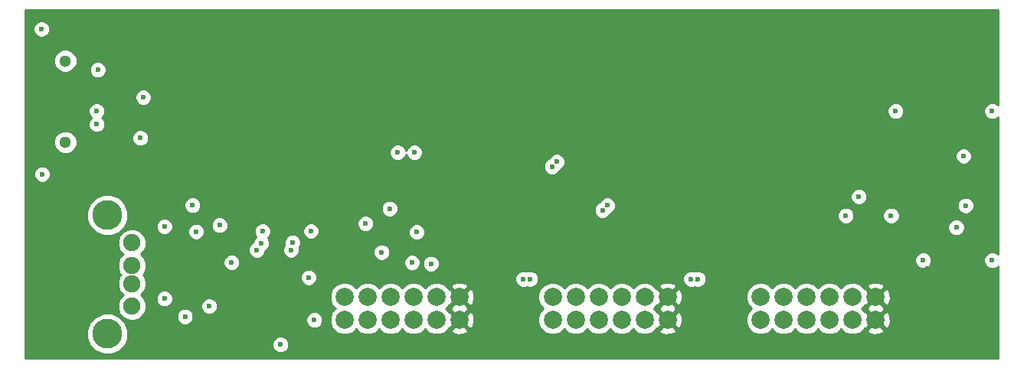
<source format=gbr>
G04 #@! TF.GenerationSoftware,KiCad,Pcbnew,5.0.2+dfsg1-1*
G04 #@! TF.CreationDate,2019-09-16T14:47:23+01:00*
G04 #@! TF.ProjectId,HDMI_SD_expansion,48444d49-5f53-4445-9f65-7870616e7369,rev?*
G04 #@! TF.SameCoordinates,Original*
G04 #@! TF.FileFunction,Copper,L3,Inr*
G04 #@! TF.FilePolarity,Positive*
%FSLAX46Y46*%
G04 Gerber Fmt 4.6, Leading zero omitted, Abs format (unit mm)*
G04 Created by KiCad (PCBNEW 5.0.2+dfsg1-1) date Mon 16 Sep 2019 14:47:23 BST*
%MOMM*%
%LPD*%
G01*
G04 APERTURE LIST*
G04 #@! TA.AperFunction,ViaPad*
%ADD10C,1.900000*%
G04 #@! TD*
G04 #@! TA.AperFunction,ViaPad*
%ADD11C,3.300000*%
G04 #@! TD*
G04 #@! TA.AperFunction,ViaPad*
%ADD12C,1.300000*%
G04 #@! TD*
G04 #@! TA.AperFunction,ViaPad*
%ADD13C,2.000000*%
G04 #@! TD*
G04 #@! TA.AperFunction,ViaPad*
%ADD14C,0.600000*%
G04 #@! TD*
G04 #@! TA.AperFunction,Conductor*
%ADD15C,0.254000*%
G04 #@! TD*
G04 APERTURE END LIST*
D10*
G04 #@! TO.N,GND*
G04 #@! TO.C,J5*
X104151500Y-117995000D03*
G04 #@! TO.N,/Data+*
X104151500Y-115495000D03*
G04 #@! TO.N,/Data-*
X104151500Y-113495000D03*
G04 #@! TO.N,+5V*
X104151500Y-110995000D03*
D11*
G04 #@! TO.N,Net-(J5-PadSH)*
X101441500Y-121065000D03*
X101441500Y-107925000D03*
G04 #@! TD*
D12*
G04 #@! TO.N,*
G04 #@! TO.C,J4*
X96789241Y-99848709D03*
X96789241Y-90848709D03*
G04 #@! TD*
D13*
G04 #@! TO.N,/TDMS_D0_P*
G04 #@! TO.C,J3*
X150651241Y-116978709D03*
G04 #@! TO.N,/TDMS_D0_N*
X153191241Y-116978709D03*
G04 #@! TO.N,/TDMS_D1_P*
X155731241Y-116978709D03*
G04 #@! TO.N,/TDMS_D1_N*
X158271241Y-116978709D03*
G04 #@! TO.N,GND*
X160811241Y-116978709D03*
G04 #@! TO.N,+3V3*
X163351241Y-116978709D03*
X163351241Y-119518709D03*
G04 #@! TO.N,GND*
X160811241Y-119518709D03*
G04 #@! TO.N,/TDMS_CLK_N*
X158271241Y-119518709D03*
G04 #@! TO.N,/TDMS_CLK_P*
X155731241Y-119518709D03*
G04 #@! TO.N,/TDMS_D2_N*
X153191241Y-119518709D03*
G04 #@! TO.N,/TDMS_D2_P*
X150651241Y-119518709D03*
G04 #@! TD*
G04 #@! TO.N,/DAT1*
G04 #@! TO.C,J1*
X173651241Y-119518709D03*
G04 #@! TO.N,/DAT2*
X176191241Y-119518709D03*
G04 #@! TO.N,/CD*
X178731241Y-119518709D03*
G04 #@! TO.N,/NC_EN*
X181271241Y-119518709D03*
G04 #@! TO.N,GND*
X183811241Y-119518709D03*
G04 #@! TO.N,+3V3*
X186351241Y-119518709D03*
X186351241Y-116978709D03*
G04 #@! TO.N,GND*
X183811241Y-116978709D03*
G04 #@! TO.N,/SCK*
X181271241Y-116978709D03*
G04 #@! TO.N,/MISO_DAT0*
X178731241Y-116978709D03*
G04 #@! TO.N,/MOSI_CMD*
X176191241Y-116978709D03*
G04 #@! TO.N,/CD_DAT3*
X173651241Y-116978709D03*
G04 #@! TD*
G04 #@! TO.N,/SS_USB*
G04 #@! TO.C,J6*
X127651241Y-116978709D03*
G04 #@! TO.N,/MOSI_USB*
X130191241Y-116978709D03*
G04 #@! TO.N,/MISO_USB*
X132731241Y-116978709D03*
G04 #@! TO.N,/SCK_USB*
X135271241Y-116978709D03*
G04 #@! TO.N,GND*
X137811241Y-116978709D03*
G04 #@! TO.N,+3V3*
X140351241Y-116978709D03*
X140351241Y-119518709D03*
G04 #@! TO.N,GND*
X137811241Y-119518709D03*
G04 #@! TO.N,Net-(J6-Pad8)*
X135271241Y-119518709D03*
G04 #@! TO.N,/INT_USB*
X132731241Y-119518709D03*
G04 #@! TO.N,/RST_USB*
X130191241Y-119518709D03*
G04 #@! TO.N,/GPX_USB*
X127651241Y-119518709D03*
G04 #@! TD*
D14*
G04 #@! TO.N,GND*
X199241741Y-112914709D03*
X199241741Y-96404709D03*
X188573741Y-96404709D03*
X184509741Y-105866209D03*
X191621741Y-112914709D03*
X120565241Y-122249209D03*
X135360741Y-100976709D03*
X133519241Y-100976709D03*
X110024241Y-119137709D03*
X107738241Y-117169209D03*
X107738241Y-109168209D03*
X112691241Y-117994709D03*
X132630241Y-107199709D03*
X131741241Y-112025709D03*
X137202241Y-113295709D03*
X135106741Y-113168729D03*
X123676741Y-114819709D03*
X111230741Y-109739709D03*
X110849741Y-106818709D03*
X94149241Y-87324209D03*
X94212741Y-103389709D03*
X105071241Y-99389209D03*
X100245241Y-97865209D03*
X100245241Y-96404709D03*
X105388741Y-94880709D03*
X100372241Y-91832709D03*
X196310500Y-106859000D03*
G04 #@! TO.N,/TDMS_D1_N*
X156697666Y-106847834D03*
G04 #@! TO.N,/TDMS_D1_P*
X156167334Y-107378166D03*
G04 #@! TO.N,/TDMS_D0_P*
X150579334Y-102552166D03*
G04 #@! TO.N,/TDMS_D0_N*
X151109666Y-102021834D03*
G04 #@! TO.N,/TDMS_CLK_N*
X165963500Y-114987000D03*
G04 #@! TO.N,/TDMS_CLK_P*
X166713500Y-114987000D03*
G04 #@! TO.N,/TDMS_D2_N*
X147421500Y-114987000D03*
G04 #@! TO.N,/TDMS_D2_P*
X148171500Y-114987000D03*
G04 #@! TO.N,/DAT2*
X196071241Y-101378709D03*
X195271241Y-109278709D03*
G04 #@! TO.N,+3V3*
X196574741Y-113867209D03*
X194352241Y-113867209D03*
X192066241Y-113867209D03*
X181652241Y-110120709D03*
X176508741Y-110120709D03*
X174032241Y-110120709D03*
X179048741Y-110120709D03*
X186668741Y-105802709D03*
X112183241Y-113359209D03*
X111040241Y-119137709D03*
X138853241Y-110819209D03*
X127042241Y-107326709D03*
X122216241Y-114819709D03*
G04 #@! TO.N,/MISO_DAT0*
X188071241Y-107978709D03*
X183071241Y-107978709D03*
G04 #@! TO.N,Net-(TP1-Pad1)*
X135614741Y-109803209D03*
X129963241Y-108850709D03*
G04 #@! TO.N,/RST_USB*
X118585485Y-109683185D03*
X123930741Y-109676209D03*
G04 #@! TO.N,/MISO_USB*
X118468230Y-111036978D03*
X121913254Y-110942472D03*
G04 #@! TO.N,/MOSI_USB*
X117961741Y-111771709D03*
X121733067Y-111777259D03*
G04 #@! TO.N,/GPX_USB*
X113834241Y-109041209D03*
X124311741Y-119518709D03*
G04 #@! TO.N,/INT_USB*
X115159809Y-113161526D03*
G04 #@! TD*
D15*
G04 #@! TO.N,+3V3*
G36*
X199916242Y-95756920D02*
X199771376Y-95612054D01*
X199427724Y-95469709D01*
X199055758Y-95469709D01*
X198712106Y-95612054D01*
X198449086Y-95875074D01*
X198306741Y-96218726D01*
X198306741Y-96590692D01*
X198449086Y-96934344D01*
X198712106Y-97197364D01*
X199055758Y-97339709D01*
X199427724Y-97339709D01*
X199771376Y-97197364D01*
X199916242Y-97052498D01*
X199916241Y-112266919D01*
X199771376Y-112122054D01*
X199427724Y-111979709D01*
X199055758Y-111979709D01*
X198712106Y-112122054D01*
X198449086Y-112385074D01*
X198306741Y-112728726D01*
X198306741Y-113100692D01*
X198449086Y-113444344D01*
X198712106Y-113707364D01*
X199055758Y-113849709D01*
X199427724Y-113849709D01*
X199771376Y-113707364D01*
X199916241Y-113562499D01*
X199916241Y-123743709D01*
X92386241Y-123743709D01*
X92386241Y-120610485D01*
X99156500Y-120610485D01*
X99156500Y-121519515D01*
X99504370Y-122359349D01*
X100147151Y-123002130D01*
X100986985Y-123350000D01*
X101896015Y-123350000D01*
X102735849Y-123002130D01*
X103378630Y-122359349D01*
X103501287Y-122063226D01*
X119630241Y-122063226D01*
X119630241Y-122435192D01*
X119772586Y-122778844D01*
X120035606Y-123041864D01*
X120379258Y-123184209D01*
X120751224Y-123184209D01*
X121094876Y-123041864D01*
X121357896Y-122778844D01*
X121500241Y-122435192D01*
X121500241Y-122063226D01*
X121357896Y-121719574D01*
X121094876Y-121456554D01*
X120751224Y-121314209D01*
X120379258Y-121314209D01*
X120035606Y-121456554D01*
X119772586Y-121719574D01*
X119630241Y-122063226D01*
X103501287Y-122063226D01*
X103726500Y-121519515D01*
X103726500Y-120610485D01*
X103378630Y-119770651D01*
X102735849Y-119127870D01*
X101896015Y-118780000D01*
X100986985Y-118780000D01*
X100147151Y-119127870D01*
X99504370Y-119770651D01*
X99156500Y-120610485D01*
X92386241Y-120610485D01*
X92386241Y-110679724D01*
X102566500Y-110679724D01*
X102566500Y-111310276D01*
X102807802Y-111892830D01*
X103159972Y-112245000D01*
X102807802Y-112597170D01*
X102566500Y-113179724D01*
X102566500Y-113810276D01*
X102807802Y-114392830D01*
X102909972Y-114495000D01*
X102807802Y-114597170D01*
X102566500Y-115179724D01*
X102566500Y-115810276D01*
X102807802Y-116392830D01*
X103159972Y-116745000D01*
X102807802Y-117097170D01*
X102566500Y-117679724D01*
X102566500Y-118310276D01*
X102807802Y-118892830D01*
X103253670Y-119338698D01*
X103836224Y-119580000D01*
X104466776Y-119580000D01*
X105049330Y-119338698D01*
X105436302Y-118951726D01*
X109089241Y-118951726D01*
X109089241Y-119323692D01*
X109231586Y-119667344D01*
X109494606Y-119930364D01*
X109838258Y-120072709D01*
X110210224Y-120072709D01*
X110553876Y-119930364D01*
X110816896Y-119667344D01*
X110955499Y-119332726D01*
X123376741Y-119332726D01*
X123376741Y-119704692D01*
X123519086Y-120048344D01*
X123782106Y-120311364D01*
X124125758Y-120453709D01*
X124497724Y-120453709D01*
X124841376Y-120311364D01*
X125104396Y-120048344D01*
X125246741Y-119704692D01*
X125246741Y-119332726D01*
X125104396Y-118989074D01*
X124841376Y-118726054D01*
X124497724Y-118583709D01*
X124125758Y-118583709D01*
X123782106Y-118726054D01*
X123519086Y-118989074D01*
X123376741Y-119332726D01*
X110955499Y-119332726D01*
X110959241Y-119323692D01*
X110959241Y-118951726D01*
X110816896Y-118608074D01*
X110553876Y-118345054D01*
X110210224Y-118202709D01*
X109838258Y-118202709D01*
X109494606Y-118345054D01*
X109231586Y-118608074D01*
X109089241Y-118951726D01*
X105436302Y-118951726D01*
X105495198Y-118892830D01*
X105736500Y-118310276D01*
X105736500Y-117679724D01*
X105495198Y-117097170D01*
X105381254Y-116983226D01*
X106803241Y-116983226D01*
X106803241Y-117355192D01*
X106945586Y-117698844D01*
X107208606Y-117961864D01*
X107552258Y-118104209D01*
X107924224Y-118104209D01*
X108267876Y-117961864D01*
X108421014Y-117808726D01*
X111756241Y-117808726D01*
X111756241Y-118180692D01*
X111898586Y-118524344D01*
X112161606Y-118787364D01*
X112505258Y-118929709D01*
X112877224Y-118929709D01*
X113220876Y-118787364D01*
X113483896Y-118524344D01*
X113626241Y-118180692D01*
X113626241Y-117808726D01*
X113483896Y-117465074D01*
X113220876Y-117202054D01*
X112877224Y-117059709D01*
X112505258Y-117059709D01*
X112161606Y-117202054D01*
X111898586Y-117465074D01*
X111756241Y-117808726D01*
X108421014Y-117808726D01*
X108530896Y-117698844D01*
X108673241Y-117355192D01*
X108673241Y-116983226D01*
X108536659Y-116653487D01*
X126016241Y-116653487D01*
X126016241Y-117303931D01*
X126265155Y-117904862D01*
X126609002Y-118248709D01*
X126265155Y-118592556D01*
X126016241Y-119193487D01*
X126016241Y-119843931D01*
X126265155Y-120444862D01*
X126725088Y-120904795D01*
X127326019Y-121153709D01*
X127976463Y-121153709D01*
X128577394Y-120904795D01*
X128921241Y-120560948D01*
X129265088Y-120904795D01*
X129866019Y-121153709D01*
X130516463Y-121153709D01*
X131117394Y-120904795D01*
X131461241Y-120560948D01*
X131805088Y-120904795D01*
X132406019Y-121153709D01*
X133056463Y-121153709D01*
X133657394Y-120904795D01*
X134001241Y-120560948D01*
X134345088Y-120904795D01*
X134946019Y-121153709D01*
X135596463Y-121153709D01*
X136197394Y-120904795D01*
X136541241Y-120560948D01*
X136885088Y-120904795D01*
X137486019Y-121153709D01*
X138136463Y-121153709D01*
X138737394Y-120904795D01*
X138970948Y-120671241D01*
X139378314Y-120671241D01*
X139476977Y-120938096D01*
X140086702Y-121164617D01*
X140736701Y-121140565D01*
X141225505Y-120938096D01*
X141324168Y-120671241D01*
X140351241Y-119698314D01*
X139378314Y-120671241D01*
X138970948Y-120671241D01*
X139163552Y-120478637D01*
X139198709Y-120491636D01*
X140171636Y-119518709D01*
X140530846Y-119518709D01*
X141503773Y-120491636D01*
X141770628Y-120392973D01*
X141997149Y-119783248D01*
X141973097Y-119133249D01*
X141770628Y-118644445D01*
X141503773Y-118545782D01*
X140530846Y-119518709D01*
X140171636Y-119518709D01*
X139198709Y-118545782D01*
X139163552Y-118558781D01*
X138853480Y-118248709D01*
X138970948Y-118131241D01*
X139378314Y-118131241D01*
X139421745Y-118248709D01*
X139378314Y-118366177D01*
X140351241Y-119339104D01*
X141324168Y-118366177D01*
X141280737Y-118248709D01*
X141324168Y-118131241D01*
X140351241Y-117158314D01*
X139378314Y-118131241D01*
X138970948Y-118131241D01*
X139163552Y-117938637D01*
X139198709Y-117951636D01*
X140171636Y-116978709D01*
X140530846Y-116978709D01*
X141503773Y-117951636D01*
X141770628Y-117852973D01*
X141997149Y-117243248D01*
X141975326Y-116653487D01*
X149016241Y-116653487D01*
X149016241Y-117303931D01*
X149265155Y-117904862D01*
X149609002Y-118248709D01*
X149265155Y-118592556D01*
X149016241Y-119193487D01*
X149016241Y-119843931D01*
X149265155Y-120444862D01*
X149725088Y-120904795D01*
X150326019Y-121153709D01*
X150976463Y-121153709D01*
X151577394Y-120904795D01*
X151921241Y-120560948D01*
X152265088Y-120904795D01*
X152866019Y-121153709D01*
X153516463Y-121153709D01*
X154117394Y-120904795D01*
X154461241Y-120560948D01*
X154805088Y-120904795D01*
X155406019Y-121153709D01*
X156056463Y-121153709D01*
X156657394Y-120904795D01*
X157001241Y-120560948D01*
X157345088Y-120904795D01*
X157946019Y-121153709D01*
X158596463Y-121153709D01*
X159197394Y-120904795D01*
X159541241Y-120560948D01*
X159885088Y-120904795D01*
X160486019Y-121153709D01*
X161136463Y-121153709D01*
X161737394Y-120904795D01*
X161970948Y-120671241D01*
X162378314Y-120671241D01*
X162476977Y-120938096D01*
X163086702Y-121164617D01*
X163736701Y-121140565D01*
X164225505Y-120938096D01*
X164324168Y-120671241D01*
X163351241Y-119698314D01*
X162378314Y-120671241D01*
X161970948Y-120671241D01*
X162163552Y-120478637D01*
X162198709Y-120491636D01*
X163171636Y-119518709D01*
X163530846Y-119518709D01*
X164503773Y-120491636D01*
X164770628Y-120392973D01*
X164997149Y-119783248D01*
X164973097Y-119133249D01*
X164770628Y-118644445D01*
X164503773Y-118545782D01*
X163530846Y-119518709D01*
X163171636Y-119518709D01*
X162198709Y-118545782D01*
X162163552Y-118558781D01*
X161853480Y-118248709D01*
X161970948Y-118131241D01*
X162378314Y-118131241D01*
X162421745Y-118248709D01*
X162378314Y-118366177D01*
X163351241Y-119339104D01*
X164324168Y-118366177D01*
X164280737Y-118248709D01*
X164324168Y-118131241D01*
X163351241Y-117158314D01*
X162378314Y-118131241D01*
X161970948Y-118131241D01*
X162163552Y-117938637D01*
X162198709Y-117951636D01*
X163171636Y-116978709D01*
X163530846Y-116978709D01*
X164503773Y-117951636D01*
X164770628Y-117852973D01*
X164997149Y-117243248D01*
X164975326Y-116653487D01*
X172016241Y-116653487D01*
X172016241Y-117303931D01*
X172265155Y-117904862D01*
X172609002Y-118248709D01*
X172265155Y-118592556D01*
X172016241Y-119193487D01*
X172016241Y-119843931D01*
X172265155Y-120444862D01*
X172725088Y-120904795D01*
X173326019Y-121153709D01*
X173976463Y-121153709D01*
X174577394Y-120904795D01*
X174921241Y-120560948D01*
X175265088Y-120904795D01*
X175866019Y-121153709D01*
X176516463Y-121153709D01*
X177117394Y-120904795D01*
X177461241Y-120560948D01*
X177805088Y-120904795D01*
X178406019Y-121153709D01*
X179056463Y-121153709D01*
X179657394Y-120904795D01*
X180001241Y-120560948D01*
X180345088Y-120904795D01*
X180946019Y-121153709D01*
X181596463Y-121153709D01*
X182197394Y-120904795D01*
X182541241Y-120560948D01*
X182885088Y-120904795D01*
X183486019Y-121153709D01*
X184136463Y-121153709D01*
X184737394Y-120904795D01*
X184970948Y-120671241D01*
X185378314Y-120671241D01*
X185476977Y-120938096D01*
X186086702Y-121164617D01*
X186736701Y-121140565D01*
X187225505Y-120938096D01*
X187324168Y-120671241D01*
X186351241Y-119698314D01*
X185378314Y-120671241D01*
X184970948Y-120671241D01*
X185163552Y-120478637D01*
X185198709Y-120491636D01*
X186171636Y-119518709D01*
X186530846Y-119518709D01*
X187503773Y-120491636D01*
X187770628Y-120392973D01*
X187997149Y-119783248D01*
X187973097Y-119133249D01*
X187770628Y-118644445D01*
X187503773Y-118545782D01*
X186530846Y-119518709D01*
X186171636Y-119518709D01*
X185198709Y-118545782D01*
X185163552Y-118558781D01*
X184853480Y-118248709D01*
X184970948Y-118131241D01*
X185378314Y-118131241D01*
X185421745Y-118248709D01*
X185378314Y-118366177D01*
X186351241Y-119339104D01*
X187324168Y-118366177D01*
X187280737Y-118248709D01*
X187324168Y-118131241D01*
X186351241Y-117158314D01*
X185378314Y-118131241D01*
X184970948Y-118131241D01*
X185163552Y-117938637D01*
X185198709Y-117951636D01*
X186171636Y-116978709D01*
X186530846Y-116978709D01*
X187503773Y-117951636D01*
X187770628Y-117852973D01*
X187997149Y-117243248D01*
X187973097Y-116593249D01*
X187770628Y-116104445D01*
X187503773Y-116005782D01*
X186530846Y-116978709D01*
X186171636Y-116978709D01*
X185198709Y-116005782D01*
X185163552Y-116018781D01*
X184970948Y-115826177D01*
X185378314Y-115826177D01*
X186351241Y-116799104D01*
X187324168Y-115826177D01*
X187225505Y-115559322D01*
X186615780Y-115332801D01*
X185965781Y-115356853D01*
X185476977Y-115559322D01*
X185378314Y-115826177D01*
X184970948Y-115826177D01*
X184737394Y-115592623D01*
X184136463Y-115343709D01*
X183486019Y-115343709D01*
X182885088Y-115592623D01*
X182541241Y-115936470D01*
X182197394Y-115592623D01*
X181596463Y-115343709D01*
X180946019Y-115343709D01*
X180345088Y-115592623D01*
X180001241Y-115936470D01*
X179657394Y-115592623D01*
X179056463Y-115343709D01*
X178406019Y-115343709D01*
X177805088Y-115592623D01*
X177461241Y-115936470D01*
X177117394Y-115592623D01*
X176516463Y-115343709D01*
X175866019Y-115343709D01*
X175265088Y-115592623D01*
X174921241Y-115936470D01*
X174577394Y-115592623D01*
X173976463Y-115343709D01*
X173326019Y-115343709D01*
X172725088Y-115592623D01*
X172265155Y-116052556D01*
X172016241Y-116653487D01*
X164975326Y-116653487D01*
X164973097Y-116593249D01*
X164770628Y-116104445D01*
X164503773Y-116005782D01*
X163530846Y-116978709D01*
X163171636Y-116978709D01*
X162198709Y-116005782D01*
X162163552Y-116018781D01*
X161970948Y-115826177D01*
X162378314Y-115826177D01*
X163351241Y-116799104D01*
X164324168Y-115826177D01*
X164225505Y-115559322D01*
X163615780Y-115332801D01*
X162965781Y-115356853D01*
X162476977Y-115559322D01*
X162378314Y-115826177D01*
X161970948Y-115826177D01*
X161737394Y-115592623D01*
X161136463Y-115343709D01*
X160486019Y-115343709D01*
X159885088Y-115592623D01*
X159541241Y-115936470D01*
X159197394Y-115592623D01*
X158596463Y-115343709D01*
X157946019Y-115343709D01*
X157345088Y-115592623D01*
X157001241Y-115936470D01*
X156657394Y-115592623D01*
X156056463Y-115343709D01*
X155406019Y-115343709D01*
X154805088Y-115592623D01*
X154461241Y-115936470D01*
X154117394Y-115592623D01*
X153516463Y-115343709D01*
X152866019Y-115343709D01*
X152265088Y-115592623D01*
X151921241Y-115936470D01*
X151577394Y-115592623D01*
X150976463Y-115343709D01*
X150326019Y-115343709D01*
X149725088Y-115592623D01*
X149265155Y-116052556D01*
X149016241Y-116653487D01*
X141975326Y-116653487D01*
X141973097Y-116593249D01*
X141770628Y-116104445D01*
X141503773Y-116005782D01*
X140530846Y-116978709D01*
X140171636Y-116978709D01*
X139198709Y-116005782D01*
X139163552Y-116018781D01*
X138970948Y-115826177D01*
X139378314Y-115826177D01*
X140351241Y-116799104D01*
X141324168Y-115826177D01*
X141225505Y-115559322D01*
X140615780Y-115332801D01*
X139965781Y-115356853D01*
X139476977Y-115559322D01*
X139378314Y-115826177D01*
X138970948Y-115826177D01*
X138737394Y-115592623D01*
X138136463Y-115343709D01*
X137486019Y-115343709D01*
X136885088Y-115592623D01*
X136541241Y-115936470D01*
X136197394Y-115592623D01*
X135596463Y-115343709D01*
X134946019Y-115343709D01*
X134345088Y-115592623D01*
X134001241Y-115936470D01*
X133657394Y-115592623D01*
X133056463Y-115343709D01*
X132406019Y-115343709D01*
X131805088Y-115592623D01*
X131461241Y-115936470D01*
X131117394Y-115592623D01*
X130516463Y-115343709D01*
X129866019Y-115343709D01*
X129265088Y-115592623D01*
X128921241Y-115936470D01*
X128577394Y-115592623D01*
X127976463Y-115343709D01*
X127326019Y-115343709D01*
X126725088Y-115592623D01*
X126265155Y-116052556D01*
X126016241Y-116653487D01*
X108536659Y-116653487D01*
X108530896Y-116639574D01*
X108267876Y-116376554D01*
X107924224Y-116234209D01*
X107552258Y-116234209D01*
X107208606Y-116376554D01*
X106945586Y-116639574D01*
X106803241Y-116983226D01*
X105381254Y-116983226D01*
X105143028Y-116745000D01*
X105495198Y-116392830D01*
X105736500Y-115810276D01*
X105736500Y-115179724D01*
X105510341Y-114633726D01*
X122741741Y-114633726D01*
X122741741Y-115005692D01*
X122884086Y-115349344D01*
X123147106Y-115612364D01*
X123490758Y-115754709D01*
X123862724Y-115754709D01*
X124206376Y-115612364D01*
X124469396Y-115349344D01*
X124611741Y-115005692D01*
X124611741Y-114801017D01*
X146486500Y-114801017D01*
X146486500Y-115172983D01*
X146628845Y-115516635D01*
X146891865Y-115779655D01*
X147235517Y-115922000D01*
X147607483Y-115922000D01*
X147796500Y-115843707D01*
X147985517Y-115922000D01*
X148357483Y-115922000D01*
X148701135Y-115779655D01*
X148964155Y-115516635D01*
X149106500Y-115172983D01*
X149106500Y-114801017D01*
X165028500Y-114801017D01*
X165028500Y-115172983D01*
X165170845Y-115516635D01*
X165433865Y-115779655D01*
X165777517Y-115922000D01*
X166149483Y-115922000D01*
X166338500Y-115843707D01*
X166527517Y-115922000D01*
X166899483Y-115922000D01*
X167243135Y-115779655D01*
X167506155Y-115516635D01*
X167648500Y-115172983D01*
X167648500Y-114801017D01*
X167506155Y-114457365D01*
X167243135Y-114194345D01*
X166899483Y-114052000D01*
X166527517Y-114052000D01*
X166338500Y-114130293D01*
X166149483Y-114052000D01*
X165777517Y-114052000D01*
X165433865Y-114194345D01*
X165170845Y-114457365D01*
X165028500Y-114801017D01*
X149106500Y-114801017D01*
X148964155Y-114457365D01*
X148701135Y-114194345D01*
X148357483Y-114052000D01*
X147985517Y-114052000D01*
X147796500Y-114130293D01*
X147607483Y-114052000D01*
X147235517Y-114052000D01*
X146891865Y-114194345D01*
X146628845Y-114457365D01*
X146486500Y-114801017D01*
X124611741Y-114801017D01*
X124611741Y-114633726D01*
X124469396Y-114290074D01*
X124206376Y-114027054D01*
X123862724Y-113884709D01*
X123490758Y-113884709D01*
X123147106Y-114027054D01*
X122884086Y-114290074D01*
X122741741Y-114633726D01*
X105510341Y-114633726D01*
X105495198Y-114597170D01*
X105393028Y-114495000D01*
X105495198Y-114392830D01*
X105736500Y-113810276D01*
X105736500Y-113179724D01*
X105651926Y-112975543D01*
X114224809Y-112975543D01*
X114224809Y-113347509D01*
X114367154Y-113691161D01*
X114630174Y-113954181D01*
X114973826Y-114096526D01*
X115345792Y-114096526D01*
X115689444Y-113954181D01*
X115952464Y-113691161D01*
X116094809Y-113347509D01*
X116094809Y-112982746D01*
X134171741Y-112982746D01*
X134171741Y-113354712D01*
X134314086Y-113698364D01*
X134577106Y-113961384D01*
X134920758Y-114103729D01*
X135292724Y-114103729D01*
X135636376Y-113961384D01*
X135899396Y-113698364D01*
X136041741Y-113354712D01*
X136041741Y-113109726D01*
X136267241Y-113109726D01*
X136267241Y-113481692D01*
X136409586Y-113825344D01*
X136672606Y-114088364D01*
X137016258Y-114230709D01*
X137388224Y-114230709D01*
X137731876Y-114088364D01*
X137994896Y-113825344D01*
X138137241Y-113481692D01*
X138137241Y-113109726D01*
X137994896Y-112766074D01*
X137957548Y-112728726D01*
X190686741Y-112728726D01*
X190686741Y-113100692D01*
X190829086Y-113444344D01*
X191092106Y-113707364D01*
X191435758Y-113849709D01*
X191807724Y-113849709D01*
X192151376Y-113707364D01*
X192414396Y-113444344D01*
X192556741Y-113100692D01*
X192556741Y-112728726D01*
X192414396Y-112385074D01*
X192151376Y-112122054D01*
X191807724Y-111979709D01*
X191435758Y-111979709D01*
X191092106Y-112122054D01*
X190829086Y-112385074D01*
X190686741Y-112728726D01*
X137957548Y-112728726D01*
X137731876Y-112503054D01*
X137388224Y-112360709D01*
X137016258Y-112360709D01*
X136672606Y-112503054D01*
X136409586Y-112766074D01*
X136267241Y-113109726D01*
X136041741Y-113109726D01*
X136041741Y-112982746D01*
X135899396Y-112639094D01*
X135636376Y-112376074D01*
X135292724Y-112233729D01*
X134920758Y-112233729D01*
X134577106Y-112376074D01*
X134314086Y-112639094D01*
X134171741Y-112982746D01*
X116094809Y-112982746D01*
X116094809Y-112975543D01*
X115952464Y-112631891D01*
X115689444Y-112368871D01*
X115345792Y-112226526D01*
X114973826Y-112226526D01*
X114630174Y-112368871D01*
X114367154Y-112631891D01*
X114224809Y-112975543D01*
X105651926Y-112975543D01*
X105495198Y-112597170D01*
X105143028Y-112245000D01*
X105495198Y-111892830D01*
X105622404Y-111585726D01*
X117026741Y-111585726D01*
X117026741Y-111957692D01*
X117169086Y-112301344D01*
X117432106Y-112564364D01*
X117775758Y-112706709D01*
X118147724Y-112706709D01*
X118491376Y-112564364D01*
X118754396Y-112301344D01*
X118896741Y-111957692D01*
X118896741Y-111871520D01*
X118997865Y-111829633D01*
X119236222Y-111591276D01*
X120798067Y-111591276D01*
X120798067Y-111963242D01*
X120940412Y-112306894D01*
X121203432Y-112569914D01*
X121547084Y-112712259D01*
X121919050Y-112712259D01*
X122262702Y-112569914D01*
X122525722Y-112306894D01*
X122668067Y-111963242D01*
X122668067Y-111839726D01*
X130806241Y-111839726D01*
X130806241Y-112211692D01*
X130948586Y-112555344D01*
X131211606Y-112818364D01*
X131555258Y-112960709D01*
X131927224Y-112960709D01*
X132270876Y-112818364D01*
X132533896Y-112555344D01*
X132676241Y-112211692D01*
X132676241Y-111839726D01*
X132533896Y-111496074D01*
X132270876Y-111233054D01*
X131927224Y-111090709D01*
X131555258Y-111090709D01*
X131211606Y-111233054D01*
X130948586Y-111496074D01*
X130806241Y-111839726D01*
X122668067Y-111839726D01*
X122668067Y-111591276D01*
X122644247Y-111533769D01*
X122705909Y-111472107D01*
X122848254Y-111128455D01*
X122848254Y-110756489D01*
X122705909Y-110412837D01*
X122442889Y-110149817D01*
X122099237Y-110007472D01*
X121727271Y-110007472D01*
X121383619Y-110149817D01*
X121120599Y-110412837D01*
X120978254Y-110756489D01*
X120978254Y-111128455D01*
X121002074Y-111185962D01*
X120940412Y-111247624D01*
X120798067Y-111591276D01*
X119236222Y-111591276D01*
X119260885Y-111566613D01*
X119403230Y-111222961D01*
X119403230Y-110850995D01*
X119260885Y-110507343D01*
X119172251Y-110418709D01*
X119378140Y-110212820D01*
X119520485Y-109869168D01*
X119520485Y-109497202D01*
X119517596Y-109490226D01*
X122995741Y-109490226D01*
X122995741Y-109862192D01*
X123138086Y-110205844D01*
X123401106Y-110468864D01*
X123744758Y-110611209D01*
X124116724Y-110611209D01*
X124460376Y-110468864D01*
X124723396Y-110205844D01*
X124865741Y-109862192D01*
X124865741Y-109490226D01*
X124723396Y-109146574D01*
X124460376Y-108883554D01*
X124116724Y-108741209D01*
X123744758Y-108741209D01*
X123401106Y-108883554D01*
X123138086Y-109146574D01*
X122995741Y-109490226D01*
X119517596Y-109490226D01*
X119378140Y-109153550D01*
X119115120Y-108890530D01*
X118771468Y-108748185D01*
X118399502Y-108748185D01*
X118055850Y-108890530D01*
X117792830Y-109153550D01*
X117650485Y-109497202D01*
X117650485Y-109869168D01*
X117792830Y-110212820D01*
X117881464Y-110301454D01*
X117675575Y-110507343D01*
X117533230Y-110850995D01*
X117533230Y-110937167D01*
X117432106Y-110979054D01*
X117169086Y-111242074D01*
X117026741Y-111585726D01*
X105622404Y-111585726D01*
X105736500Y-111310276D01*
X105736500Y-110679724D01*
X105495198Y-110097170D01*
X105049330Y-109651302D01*
X104466776Y-109410000D01*
X103836224Y-109410000D01*
X103253670Y-109651302D01*
X102807802Y-110097170D01*
X102566500Y-110679724D01*
X92386241Y-110679724D01*
X92386241Y-107470485D01*
X99156500Y-107470485D01*
X99156500Y-108379515D01*
X99504370Y-109219349D01*
X100147151Y-109862130D01*
X100986985Y-110210000D01*
X101896015Y-110210000D01*
X102735849Y-109862130D01*
X103378630Y-109219349D01*
X103476849Y-108982226D01*
X106803241Y-108982226D01*
X106803241Y-109354192D01*
X106945586Y-109697844D01*
X107208606Y-109960864D01*
X107552258Y-110103209D01*
X107924224Y-110103209D01*
X108267876Y-109960864D01*
X108530896Y-109697844D01*
X108590591Y-109553726D01*
X110295741Y-109553726D01*
X110295741Y-109925692D01*
X110438086Y-110269344D01*
X110701106Y-110532364D01*
X111044758Y-110674709D01*
X111416724Y-110674709D01*
X111760376Y-110532364D01*
X112023396Y-110269344D01*
X112165741Y-109925692D01*
X112165741Y-109553726D01*
X112023396Y-109210074D01*
X111760376Y-108947054D01*
X111538684Y-108855226D01*
X112899241Y-108855226D01*
X112899241Y-109227192D01*
X113041586Y-109570844D01*
X113304606Y-109833864D01*
X113648258Y-109976209D01*
X114020224Y-109976209D01*
X114363876Y-109833864D01*
X114626896Y-109570844D01*
X114769241Y-109227192D01*
X114769241Y-108855226D01*
X114690334Y-108664726D01*
X129028241Y-108664726D01*
X129028241Y-109036692D01*
X129170586Y-109380344D01*
X129433606Y-109643364D01*
X129777258Y-109785709D01*
X130149224Y-109785709D01*
X130492876Y-109643364D01*
X130519014Y-109617226D01*
X134679741Y-109617226D01*
X134679741Y-109989192D01*
X134822086Y-110332844D01*
X135085106Y-110595864D01*
X135428758Y-110738209D01*
X135800724Y-110738209D01*
X136144376Y-110595864D01*
X136407396Y-110332844D01*
X136549741Y-109989192D01*
X136549741Y-109617226D01*
X136407396Y-109273574D01*
X136226548Y-109092726D01*
X194336241Y-109092726D01*
X194336241Y-109464692D01*
X194478586Y-109808344D01*
X194741606Y-110071364D01*
X195085258Y-110213709D01*
X195457224Y-110213709D01*
X195800876Y-110071364D01*
X196063896Y-109808344D01*
X196206241Y-109464692D01*
X196206241Y-109092726D01*
X196063896Y-108749074D01*
X195800876Y-108486054D01*
X195457224Y-108343709D01*
X195085258Y-108343709D01*
X194741606Y-108486054D01*
X194478586Y-108749074D01*
X194336241Y-109092726D01*
X136226548Y-109092726D01*
X136144376Y-109010554D01*
X135800724Y-108868209D01*
X135428758Y-108868209D01*
X135085106Y-109010554D01*
X134822086Y-109273574D01*
X134679741Y-109617226D01*
X130519014Y-109617226D01*
X130755896Y-109380344D01*
X130898241Y-109036692D01*
X130898241Y-108664726D01*
X130755896Y-108321074D01*
X130492876Y-108058054D01*
X130149224Y-107915709D01*
X129777258Y-107915709D01*
X129433606Y-108058054D01*
X129170586Y-108321074D01*
X129028241Y-108664726D01*
X114690334Y-108664726D01*
X114626896Y-108511574D01*
X114363876Y-108248554D01*
X114020224Y-108106209D01*
X113648258Y-108106209D01*
X113304606Y-108248554D01*
X113041586Y-108511574D01*
X112899241Y-108855226D01*
X111538684Y-108855226D01*
X111416724Y-108804709D01*
X111044758Y-108804709D01*
X110701106Y-108947054D01*
X110438086Y-109210074D01*
X110295741Y-109553726D01*
X108590591Y-109553726D01*
X108673241Y-109354192D01*
X108673241Y-108982226D01*
X108530896Y-108638574D01*
X108267876Y-108375554D01*
X107924224Y-108233209D01*
X107552258Y-108233209D01*
X107208606Y-108375554D01*
X106945586Y-108638574D01*
X106803241Y-108982226D01*
X103476849Y-108982226D01*
X103726500Y-108379515D01*
X103726500Y-107470485D01*
X103379490Y-106632726D01*
X109914741Y-106632726D01*
X109914741Y-107004692D01*
X110057086Y-107348344D01*
X110320106Y-107611364D01*
X110663758Y-107753709D01*
X111035724Y-107753709D01*
X111379376Y-107611364D01*
X111642396Y-107348344D01*
X111780999Y-107013726D01*
X131695241Y-107013726D01*
X131695241Y-107385692D01*
X131837586Y-107729344D01*
X132100606Y-107992364D01*
X132444258Y-108134709D01*
X132816224Y-108134709D01*
X133159876Y-107992364D01*
X133422896Y-107729344D01*
X133565241Y-107385692D01*
X133565241Y-107192183D01*
X155232334Y-107192183D01*
X155232334Y-107564149D01*
X155374679Y-107907801D01*
X155637699Y-108170821D01*
X155981351Y-108313166D01*
X156353317Y-108313166D01*
X156696969Y-108170821D01*
X156959989Y-107907801D01*
X157007654Y-107792726D01*
X182136241Y-107792726D01*
X182136241Y-108164692D01*
X182278586Y-108508344D01*
X182541606Y-108771364D01*
X182885258Y-108913709D01*
X183257224Y-108913709D01*
X183600876Y-108771364D01*
X183863896Y-108508344D01*
X184006241Y-108164692D01*
X184006241Y-107792726D01*
X187136241Y-107792726D01*
X187136241Y-108164692D01*
X187278586Y-108508344D01*
X187541606Y-108771364D01*
X187885258Y-108913709D01*
X188257224Y-108913709D01*
X188600876Y-108771364D01*
X188863896Y-108508344D01*
X189006241Y-108164692D01*
X189006241Y-107792726D01*
X188863896Y-107449074D01*
X188600876Y-107186054D01*
X188257224Y-107043709D01*
X187885258Y-107043709D01*
X187541606Y-107186054D01*
X187278586Y-107449074D01*
X187136241Y-107792726D01*
X184006241Y-107792726D01*
X183863896Y-107449074D01*
X183600876Y-107186054D01*
X183257224Y-107043709D01*
X182885258Y-107043709D01*
X182541606Y-107186054D01*
X182278586Y-107449074D01*
X182136241Y-107792726D01*
X157007654Y-107792726D01*
X157038283Y-107718783D01*
X157227301Y-107640489D01*
X157490321Y-107377469D01*
X157632666Y-107033817D01*
X157632666Y-106661851D01*
X157490321Y-106318199D01*
X157227301Y-106055179D01*
X156883649Y-105912834D01*
X156511683Y-105912834D01*
X156168031Y-106055179D01*
X155905011Y-106318199D01*
X155826717Y-106507217D01*
X155637699Y-106585511D01*
X155374679Y-106848531D01*
X155232334Y-107192183D01*
X133565241Y-107192183D01*
X133565241Y-107013726D01*
X133422896Y-106670074D01*
X133159876Y-106407054D01*
X132816224Y-106264709D01*
X132444258Y-106264709D01*
X132100606Y-106407054D01*
X131837586Y-106670074D01*
X131695241Y-107013726D01*
X111780999Y-107013726D01*
X111784741Y-107004692D01*
X111784741Y-106632726D01*
X111642396Y-106289074D01*
X111379376Y-106026054D01*
X111035724Y-105883709D01*
X110663758Y-105883709D01*
X110320106Y-106026054D01*
X110057086Y-106289074D01*
X109914741Y-106632726D01*
X103379490Y-106632726D01*
X103378630Y-106630651D01*
X102735849Y-105987870D01*
X101993130Y-105680226D01*
X183574741Y-105680226D01*
X183574741Y-106052192D01*
X183717086Y-106395844D01*
X183980106Y-106658864D01*
X184323758Y-106801209D01*
X184695724Y-106801209D01*
X185005207Y-106673017D01*
X195375500Y-106673017D01*
X195375500Y-107044983D01*
X195517845Y-107388635D01*
X195780865Y-107651655D01*
X196124517Y-107794000D01*
X196496483Y-107794000D01*
X196840135Y-107651655D01*
X197103155Y-107388635D01*
X197245500Y-107044983D01*
X197245500Y-106673017D01*
X197103155Y-106329365D01*
X196840135Y-106066345D01*
X196496483Y-105924000D01*
X196124517Y-105924000D01*
X195780865Y-106066345D01*
X195517845Y-106329365D01*
X195375500Y-106673017D01*
X185005207Y-106673017D01*
X185039376Y-106658864D01*
X185302396Y-106395844D01*
X185444741Y-106052192D01*
X185444741Y-105680226D01*
X185302396Y-105336574D01*
X185039376Y-105073554D01*
X184695724Y-104931209D01*
X184323758Y-104931209D01*
X183980106Y-105073554D01*
X183717086Y-105336574D01*
X183574741Y-105680226D01*
X101993130Y-105680226D01*
X101896015Y-105640000D01*
X100986985Y-105640000D01*
X100147151Y-105987870D01*
X99504370Y-106630651D01*
X99156500Y-107470485D01*
X92386241Y-107470485D01*
X92386241Y-103203726D01*
X93277741Y-103203726D01*
X93277741Y-103575692D01*
X93420086Y-103919344D01*
X93683106Y-104182364D01*
X94026758Y-104324709D01*
X94398724Y-104324709D01*
X94742376Y-104182364D01*
X95005396Y-103919344D01*
X95147741Y-103575692D01*
X95147741Y-103203726D01*
X95005396Y-102860074D01*
X94742376Y-102597054D01*
X94398724Y-102454709D01*
X94026758Y-102454709D01*
X93683106Y-102597054D01*
X93420086Y-102860074D01*
X93277741Y-103203726D01*
X92386241Y-103203726D01*
X92386241Y-102366183D01*
X149644334Y-102366183D01*
X149644334Y-102738149D01*
X149786679Y-103081801D01*
X150049699Y-103344821D01*
X150393351Y-103487166D01*
X150765317Y-103487166D01*
X151108969Y-103344821D01*
X151371989Y-103081801D01*
X151450283Y-102892783D01*
X151639301Y-102814489D01*
X151902321Y-102551469D01*
X152044666Y-102207817D01*
X152044666Y-101835851D01*
X151902321Y-101492199D01*
X151639301Y-101229179D01*
X151551296Y-101192726D01*
X195136241Y-101192726D01*
X195136241Y-101564692D01*
X195278586Y-101908344D01*
X195541606Y-102171364D01*
X195885258Y-102313709D01*
X196257224Y-102313709D01*
X196600876Y-102171364D01*
X196863896Y-101908344D01*
X197006241Y-101564692D01*
X197006241Y-101192726D01*
X196863896Y-100849074D01*
X196600876Y-100586054D01*
X196257224Y-100443709D01*
X195885258Y-100443709D01*
X195541606Y-100586054D01*
X195278586Y-100849074D01*
X195136241Y-101192726D01*
X151551296Y-101192726D01*
X151295649Y-101086834D01*
X150923683Y-101086834D01*
X150580031Y-101229179D01*
X150317011Y-101492199D01*
X150238717Y-101681217D01*
X150049699Y-101759511D01*
X149786679Y-102022531D01*
X149644334Y-102366183D01*
X92386241Y-102366183D01*
X92386241Y-99593107D01*
X95504241Y-99593107D01*
X95504241Y-100104311D01*
X95699870Y-100576603D01*
X96061347Y-100938080D01*
X96533639Y-101133709D01*
X97044843Y-101133709D01*
X97517135Y-100938080D01*
X97664489Y-100790726D01*
X132584241Y-100790726D01*
X132584241Y-101162692D01*
X132726586Y-101506344D01*
X132989606Y-101769364D01*
X133333258Y-101911709D01*
X133705224Y-101911709D01*
X134048876Y-101769364D01*
X134311896Y-101506344D01*
X134439991Y-101197095D01*
X134568086Y-101506344D01*
X134831106Y-101769364D01*
X135174758Y-101911709D01*
X135546724Y-101911709D01*
X135890376Y-101769364D01*
X136153396Y-101506344D01*
X136295741Y-101162692D01*
X136295741Y-100790726D01*
X136153396Y-100447074D01*
X135890376Y-100184054D01*
X135546724Y-100041709D01*
X135174758Y-100041709D01*
X134831106Y-100184054D01*
X134568086Y-100447074D01*
X134439991Y-100756323D01*
X134311896Y-100447074D01*
X134048876Y-100184054D01*
X133705224Y-100041709D01*
X133333258Y-100041709D01*
X132989606Y-100184054D01*
X132726586Y-100447074D01*
X132584241Y-100790726D01*
X97664489Y-100790726D01*
X97878612Y-100576603D01*
X98074241Y-100104311D01*
X98074241Y-99593107D01*
X97912748Y-99203226D01*
X104136241Y-99203226D01*
X104136241Y-99575192D01*
X104278586Y-99918844D01*
X104541606Y-100181864D01*
X104885258Y-100324209D01*
X105257224Y-100324209D01*
X105600876Y-100181864D01*
X105863896Y-99918844D01*
X106006241Y-99575192D01*
X106006241Y-99203226D01*
X105863896Y-98859574D01*
X105600876Y-98596554D01*
X105257224Y-98454209D01*
X104885258Y-98454209D01*
X104541606Y-98596554D01*
X104278586Y-98859574D01*
X104136241Y-99203226D01*
X97912748Y-99203226D01*
X97878612Y-99120815D01*
X97517135Y-98759338D01*
X97044843Y-98563709D01*
X96533639Y-98563709D01*
X96061347Y-98759338D01*
X95699870Y-99120815D01*
X95504241Y-99593107D01*
X92386241Y-99593107D01*
X92386241Y-96218726D01*
X99310241Y-96218726D01*
X99310241Y-96590692D01*
X99452586Y-96934344D01*
X99653201Y-97134959D01*
X99452586Y-97335574D01*
X99310241Y-97679226D01*
X99310241Y-98051192D01*
X99452586Y-98394844D01*
X99715606Y-98657864D01*
X100059258Y-98800209D01*
X100431224Y-98800209D01*
X100774876Y-98657864D01*
X101037896Y-98394844D01*
X101180241Y-98051192D01*
X101180241Y-97679226D01*
X101037896Y-97335574D01*
X100837281Y-97134959D01*
X101037896Y-96934344D01*
X101180241Y-96590692D01*
X101180241Y-96218726D01*
X187638741Y-96218726D01*
X187638741Y-96590692D01*
X187781086Y-96934344D01*
X188044106Y-97197364D01*
X188387758Y-97339709D01*
X188759724Y-97339709D01*
X189103376Y-97197364D01*
X189366396Y-96934344D01*
X189508741Y-96590692D01*
X189508741Y-96218726D01*
X189366396Y-95875074D01*
X189103376Y-95612054D01*
X188759724Y-95469709D01*
X188387758Y-95469709D01*
X188044106Y-95612054D01*
X187781086Y-95875074D01*
X187638741Y-96218726D01*
X101180241Y-96218726D01*
X101037896Y-95875074D01*
X100774876Y-95612054D01*
X100431224Y-95469709D01*
X100059258Y-95469709D01*
X99715606Y-95612054D01*
X99452586Y-95875074D01*
X99310241Y-96218726D01*
X92386241Y-96218726D01*
X92386241Y-94694726D01*
X104453741Y-94694726D01*
X104453741Y-95066692D01*
X104596086Y-95410344D01*
X104859106Y-95673364D01*
X105202758Y-95815709D01*
X105574724Y-95815709D01*
X105918376Y-95673364D01*
X106181396Y-95410344D01*
X106323741Y-95066692D01*
X106323741Y-94694726D01*
X106181396Y-94351074D01*
X105918376Y-94088054D01*
X105574724Y-93945709D01*
X105202758Y-93945709D01*
X104859106Y-94088054D01*
X104596086Y-94351074D01*
X104453741Y-94694726D01*
X92386241Y-94694726D01*
X92386241Y-90593107D01*
X95504241Y-90593107D01*
X95504241Y-91104311D01*
X95699870Y-91576603D01*
X96061347Y-91938080D01*
X96533639Y-92133709D01*
X97044843Y-92133709D01*
X97517135Y-91938080D01*
X97808489Y-91646726D01*
X99437241Y-91646726D01*
X99437241Y-92018692D01*
X99579586Y-92362344D01*
X99842606Y-92625364D01*
X100186258Y-92767709D01*
X100558224Y-92767709D01*
X100901876Y-92625364D01*
X101164896Y-92362344D01*
X101307241Y-92018692D01*
X101307241Y-91646726D01*
X101164896Y-91303074D01*
X100901876Y-91040054D01*
X100558224Y-90897709D01*
X100186258Y-90897709D01*
X99842606Y-91040054D01*
X99579586Y-91303074D01*
X99437241Y-91646726D01*
X97808489Y-91646726D01*
X97878612Y-91576603D01*
X98074241Y-91104311D01*
X98074241Y-90593107D01*
X97878612Y-90120815D01*
X97517135Y-89759338D01*
X97044843Y-89563709D01*
X96533639Y-89563709D01*
X96061347Y-89759338D01*
X95699870Y-90120815D01*
X95504241Y-90593107D01*
X92386241Y-90593107D01*
X92386241Y-87138226D01*
X93214241Y-87138226D01*
X93214241Y-87510192D01*
X93356586Y-87853844D01*
X93619606Y-88116864D01*
X93963258Y-88259209D01*
X94335224Y-88259209D01*
X94678876Y-88116864D01*
X94941896Y-87853844D01*
X95084241Y-87510192D01*
X95084241Y-87138226D01*
X94941896Y-86794574D01*
X94678876Y-86531554D01*
X94335224Y-86389209D01*
X93963258Y-86389209D01*
X93619606Y-86531554D01*
X93356586Y-86794574D01*
X93214241Y-87138226D01*
X92386241Y-87138226D01*
X92386241Y-85213709D01*
X199916242Y-85213709D01*
X199916242Y-95756920D01*
X199916242Y-95756920D01*
G37*
X199916242Y-95756920D02*
X199771376Y-95612054D01*
X199427724Y-95469709D01*
X199055758Y-95469709D01*
X198712106Y-95612054D01*
X198449086Y-95875074D01*
X198306741Y-96218726D01*
X198306741Y-96590692D01*
X198449086Y-96934344D01*
X198712106Y-97197364D01*
X199055758Y-97339709D01*
X199427724Y-97339709D01*
X199771376Y-97197364D01*
X199916242Y-97052498D01*
X199916241Y-112266919D01*
X199771376Y-112122054D01*
X199427724Y-111979709D01*
X199055758Y-111979709D01*
X198712106Y-112122054D01*
X198449086Y-112385074D01*
X198306741Y-112728726D01*
X198306741Y-113100692D01*
X198449086Y-113444344D01*
X198712106Y-113707364D01*
X199055758Y-113849709D01*
X199427724Y-113849709D01*
X199771376Y-113707364D01*
X199916241Y-113562499D01*
X199916241Y-123743709D01*
X92386241Y-123743709D01*
X92386241Y-120610485D01*
X99156500Y-120610485D01*
X99156500Y-121519515D01*
X99504370Y-122359349D01*
X100147151Y-123002130D01*
X100986985Y-123350000D01*
X101896015Y-123350000D01*
X102735849Y-123002130D01*
X103378630Y-122359349D01*
X103501287Y-122063226D01*
X119630241Y-122063226D01*
X119630241Y-122435192D01*
X119772586Y-122778844D01*
X120035606Y-123041864D01*
X120379258Y-123184209D01*
X120751224Y-123184209D01*
X121094876Y-123041864D01*
X121357896Y-122778844D01*
X121500241Y-122435192D01*
X121500241Y-122063226D01*
X121357896Y-121719574D01*
X121094876Y-121456554D01*
X120751224Y-121314209D01*
X120379258Y-121314209D01*
X120035606Y-121456554D01*
X119772586Y-121719574D01*
X119630241Y-122063226D01*
X103501287Y-122063226D01*
X103726500Y-121519515D01*
X103726500Y-120610485D01*
X103378630Y-119770651D01*
X102735849Y-119127870D01*
X101896015Y-118780000D01*
X100986985Y-118780000D01*
X100147151Y-119127870D01*
X99504370Y-119770651D01*
X99156500Y-120610485D01*
X92386241Y-120610485D01*
X92386241Y-110679724D01*
X102566500Y-110679724D01*
X102566500Y-111310276D01*
X102807802Y-111892830D01*
X103159972Y-112245000D01*
X102807802Y-112597170D01*
X102566500Y-113179724D01*
X102566500Y-113810276D01*
X102807802Y-114392830D01*
X102909972Y-114495000D01*
X102807802Y-114597170D01*
X102566500Y-115179724D01*
X102566500Y-115810276D01*
X102807802Y-116392830D01*
X103159972Y-116745000D01*
X102807802Y-117097170D01*
X102566500Y-117679724D01*
X102566500Y-118310276D01*
X102807802Y-118892830D01*
X103253670Y-119338698D01*
X103836224Y-119580000D01*
X104466776Y-119580000D01*
X105049330Y-119338698D01*
X105436302Y-118951726D01*
X109089241Y-118951726D01*
X109089241Y-119323692D01*
X109231586Y-119667344D01*
X109494606Y-119930364D01*
X109838258Y-120072709D01*
X110210224Y-120072709D01*
X110553876Y-119930364D01*
X110816896Y-119667344D01*
X110955499Y-119332726D01*
X123376741Y-119332726D01*
X123376741Y-119704692D01*
X123519086Y-120048344D01*
X123782106Y-120311364D01*
X124125758Y-120453709D01*
X124497724Y-120453709D01*
X124841376Y-120311364D01*
X125104396Y-120048344D01*
X125246741Y-119704692D01*
X125246741Y-119332726D01*
X125104396Y-118989074D01*
X124841376Y-118726054D01*
X124497724Y-118583709D01*
X124125758Y-118583709D01*
X123782106Y-118726054D01*
X123519086Y-118989074D01*
X123376741Y-119332726D01*
X110955499Y-119332726D01*
X110959241Y-119323692D01*
X110959241Y-118951726D01*
X110816896Y-118608074D01*
X110553876Y-118345054D01*
X110210224Y-118202709D01*
X109838258Y-118202709D01*
X109494606Y-118345054D01*
X109231586Y-118608074D01*
X109089241Y-118951726D01*
X105436302Y-118951726D01*
X105495198Y-118892830D01*
X105736500Y-118310276D01*
X105736500Y-117679724D01*
X105495198Y-117097170D01*
X105381254Y-116983226D01*
X106803241Y-116983226D01*
X106803241Y-117355192D01*
X106945586Y-117698844D01*
X107208606Y-117961864D01*
X107552258Y-118104209D01*
X107924224Y-118104209D01*
X108267876Y-117961864D01*
X108421014Y-117808726D01*
X111756241Y-117808726D01*
X111756241Y-118180692D01*
X111898586Y-118524344D01*
X112161606Y-118787364D01*
X112505258Y-118929709D01*
X112877224Y-118929709D01*
X113220876Y-118787364D01*
X113483896Y-118524344D01*
X113626241Y-118180692D01*
X113626241Y-117808726D01*
X113483896Y-117465074D01*
X113220876Y-117202054D01*
X112877224Y-117059709D01*
X112505258Y-117059709D01*
X112161606Y-117202054D01*
X111898586Y-117465074D01*
X111756241Y-117808726D01*
X108421014Y-117808726D01*
X108530896Y-117698844D01*
X108673241Y-117355192D01*
X108673241Y-116983226D01*
X108536659Y-116653487D01*
X126016241Y-116653487D01*
X126016241Y-117303931D01*
X126265155Y-117904862D01*
X126609002Y-118248709D01*
X126265155Y-118592556D01*
X126016241Y-119193487D01*
X126016241Y-119843931D01*
X126265155Y-120444862D01*
X126725088Y-120904795D01*
X127326019Y-121153709D01*
X127976463Y-121153709D01*
X128577394Y-120904795D01*
X128921241Y-120560948D01*
X129265088Y-120904795D01*
X129866019Y-121153709D01*
X130516463Y-121153709D01*
X131117394Y-120904795D01*
X131461241Y-120560948D01*
X131805088Y-120904795D01*
X132406019Y-121153709D01*
X133056463Y-121153709D01*
X133657394Y-120904795D01*
X134001241Y-120560948D01*
X134345088Y-120904795D01*
X134946019Y-121153709D01*
X135596463Y-121153709D01*
X136197394Y-120904795D01*
X136541241Y-120560948D01*
X136885088Y-120904795D01*
X137486019Y-121153709D01*
X138136463Y-121153709D01*
X138737394Y-120904795D01*
X138970948Y-120671241D01*
X139378314Y-120671241D01*
X139476977Y-120938096D01*
X140086702Y-121164617D01*
X140736701Y-121140565D01*
X141225505Y-120938096D01*
X141324168Y-120671241D01*
X140351241Y-119698314D01*
X139378314Y-120671241D01*
X138970948Y-120671241D01*
X139163552Y-120478637D01*
X139198709Y-120491636D01*
X140171636Y-119518709D01*
X140530846Y-119518709D01*
X141503773Y-120491636D01*
X141770628Y-120392973D01*
X141997149Y-119783248D01*
X141973097Y-119133249D01*
X141770628Y-118644445D01*
X141503773Y-118545782D01*
X140530846Y-119518709D01*
X140171636Y-119518709D01*
X139198709Y-118545782D01*
X139163552Y-118558781D01*
X138853480Y-118248709D01*
X138970948Y-118131241D01*
X139378314Y-118131241D01*
X139421745Y-118248709D01*
X139378314Y-118366177D01*
X140351241Y-119339104D01*
X141324168Y-118366177D01*
X141280737Y-118248709D01*
X141324168Y-118131241D01*
X140351241Y-117158314D01*
X139378314Y-118131241D01*
X138970948Y-118131241D01*
X139163552Y-117938637D01*
X139198709Y-117951636D01*
X140171636Y-116978709D01*
X140530846Y-116978709D01*
X141503773Y-117951636D01*
X141770628Y-117852973D01*
X141997149Y-117243248D01*
X141975326Y-116653487D01*
X149016241Y-116653487D01*
X149016241Y-117303931D01*
X149265155Y-117904862D01*
X149609002Y-118248709D01*
X149265155Y-118592556D01*
X149016241Y-119193487D01*
X149016241Y-119843931D01*
X149265155Y-120444862D01*
X149725088Y-120904795D01*
X150326019Y-121153709D01*
X150976463Y-121153709D01*
X151577394Y-120904795D01*
X151921241Y-120560948D01*
X152265088Y-120904795D01*
X152866019Y-121153709D01*
X153516463Y-121153709D01*
X154117394Y-120904795D01*
X154461241Y-120560948D01*
X154805088Y-120904795D01*
X155406019Y-121153709D01*
X156056463Y-121153709D01*
X156657394Y-120904795D01*
X157001241Y-120560948D01*
X157345088Y-120904795D01*
X157946019Y-121153709D01*
X158596463Y-121153709D01*
X159197394Y-120904795D01*
X159541241Y-120560948D01*
X159885088Y-120904795D01*
X160486019Y-121153709D01*
X161136463Y-121153709D01*
X161737394Y-120904795D01*
X161970948Y-120671241D01*
X162378314Y-120671241D01*
X162476977Y-120938096D01*
X163086702Y-121164617D01*
X163736701Y-121140565D01*
X164225505Y-120938096D01*
X164324168Y-120671241D01*
X163351241Y-119698314D01*
X162378314Y-120671241D01*
X161970948Y-120671241D01*
X162163552Y-120478637D01*
X162198709Y-120491636D01*
X163171636Y-119518709D01*
X163530846Y-119518709D01*
X164503773Y-120491636D01*
X164770628Y-120392973D01*
X164997149Y-119783248D01*
X164973097Y-119133249D01*
X164770628Y-118644445D01*
X164503773Y-118545782D01*
X163530846Y-119518709D01*
X163171636Y-119518709D01*
X162198709Y-118545782D01*
X162163552Y-118558781D01*
X161853480Y-118248709D01*
X161970948Y-118131241D01*
X162378314Y-118131241D01*
X162421745Y-118248709D01*
X162378314Y-118366177D01*
X163351241Y-119339104D01*
X164324168Y-118366177D01*
X164280737Y-118248709D01*
X164324168Y-118131241D01*
X163351241Y-117158314D01*
X162378314Y-118131241D01*
X161970948Y-118131241D01*
X162163552Y-117938637D01*
X162198709Y-117951636D01*
X163171636Y-116978709D01*
X163530846Y-116978709D01*
X164503773Y-117951636D01*
X164770628Y-117852973D01*
X164997149Y-117243248D01*
X164975326Y-116653487D01*
X172016241Y-116653487D01*
X172016241Y-117303931D01*
X172265155Y-117904862D01*
X172609002Y-118248709D01*
X172265155Y-118592556D01*
X172016241Y-119193487D01*
X172016241Y-119843931D01*
X172265155Y-120444862D01*
X172725088Y-120904795D01*
X173326019Y-121153709D01*
X173976463Y-121153709D01*
X174577394Y-120904795D01*
X174921241Y-120560948D01*
X175265088Y-120904795D01*
X175866019Y-121153709D01*
X176516463Y-121153709D01*
X177117394Y-120904795D01*
X177461241Y-120560948D01*
X177805088Y-120904795D01*
X178406019Y-121153709D01*
X179056463Y-121153709D01*
X179657394Y-120904795D01*
X180001241Y-120560948D01*
X180345088Y-120904795D01*
X180946019Y-121153709D01*
X181596463Y-121153709D01*
X182197394Y-120904795D01*
X182541241Y-120560948D01*
X182885088Y-120904795D01*
X183486019Y-121153709D01*
X184136463Y-121153709D01*
X184737394Y-120904795D01*
X184970948Y-120671241D01*
X185378314Y-120671241D01*
X185476977Y-120938096D01*
X186086702Y-121164617D01*
X186736701Y-121140565D01*
X187225505Y-120938096D01*
X187324168Y-120671241D01*
X186351241Y-119698314D01*
X185378314Y-120671241D01*
X184970948Y-120671241D01*
X185163552Y-120478637D01*
X185198709Y-120491636D01*
X186171636Y-119518709D01*
X186530846Y-119518709D01*
X187503773Y-120491636D01*
X187770628Y-120392973D01*
X187997149Y-119783248D01*
X187973097Y-119133249D01*
X187770628Y-118644445D01*
X187503773Y-118545782D01*
X186530846Y-119518709D01*
X186171636Y-119518709D01*
X185198709Y-118545782D01*
X185163552Y-118558781D01*
X184853480Y-118248709D01*
X184970948Y-118131241D01*
X185378314Y-118131241D01*
X185421745Y-118248709D01*
X185378314Y-118366177D01*
X186351241Y-119339104D01*
X187324168Y-118366177D01*
X187280737Y-118248709D01*
X187324168Y-118131241D01*
X186351241Y-117158314D01*
X185378314Y-118131241D01*
X184970948Y-118131241D01*
X185163552Y-117938637D01*
X185198709Y-117951636D01*
X186171636Y-116978709D01*
X186530846Y-116978709D01*
X187503773Y-117951636D01*
X187770628Y-117852973D01*
X187997149Y-117243248D01*
X187973097Y-116593249D01*
X187770628Y-116104445D01*
X187503773Y-116005782D01*
X186530846Y-116978709D01*
X186171636Y-116978709D01*
X185198709Y-116005782D01*
X185163552Y-116018781D01*
X184970948Y-115826177D01*
X185378314Y-115826177D01*
X186351241Y-116799104D01*
X187324168Y-115826177D01*
X187225505Y-115559322D01*
X186615780Y-115332801D01*
X185965781Y-115356853D01*
X185476977Y-115559322D01*
X185378314Y-115826177D01*
X184970948Y-115826177D01*
X184737394Y-115592623D01*
X184136463Y-115343709D01*
X183486019Y-115343709D01*
X182885088Y-115592623D01*
X182541241Y-115936470D01*
X182197394Y-115592623D01*
X181596463Y-115343709D01*
X180946019Y-115343709D01*
X180345088Y-115592623D01*
X180001241Y-115936470D01*
X179657394Y-115592623D01*
X179056463Y-115343709D01*
X178406019Y-115343709D01*
X177805088Y-115592623D01*
X177461241Y-115936470D01*
X177117394Y-115592623D01*
X176516463Y-115343709D01*
X175866019Y-115343709D01*
X175265088Y-115592623D01*
X174921241Y-115936470D01*
X174577394Y-115592623D01*
X173976463Y-115343709D01*
X173326019Y-115343709D01*
X172725088Y-115592623D01*
X172265155Y-116052556D01*
X172016241Y-116653487D01*
X164975326Y-116653487D01*
X164973097Y-116593249D01*
X164770628Y-116104445D01*
X164503773Y-116005782D01*
X163530846Y-116978709D01*
X163171636Y-116978709D01*
X162198709Y-116005782D01*
X162163552Y-116018781D01*
X161970948Y-115826177D01*
X162378314Y-115826177D01*
X163351241Y-116799104D01*
X164324168Y-115826177D01*
X164225505Y-115559322D01*
X163615780Y-115332801D01*
X162965781Y-115356853D01*
X162476977Y-115559322D01*
X162378314Y-115826177D01*
X161970948Y-115826177D01*
X161737394Y-115592623D01*
X161136463Y-115343709D01*
X160486019Y-115343709D01*
X159885088Y-115592623D01*
X159541241Y-115936470D01*
X159197394Y-115592623D01*
X158596463Y-115343709D01*
X157946019Y-115343709D01*
X157345088Y-115592623D01*
X157001241Y-115936470D01*
X156657394Y-115592623D01*
X156056463Y-115343709D01*
X155406019Y-115343709D01*
X154805088Y-115592623D01*
X154461241Y-115936470D01*
X154117394Y-115592623D01*
X153516463Y-115343709D01*
X152866019Y-115343709D01*
X152265088Y-115592623D01*
X151921241Y-115936470D01*
X151577394Y-115592623D01*
X150976463Y-115343709D01*
X150326019Y-115343709D01*
X149725088Y-115592623D01*
X149265155Y-116052556D01*
X149016241Y-116653487D01*
X141975326Y-116653487D01*
X141973097Y-116593249D01*
X141770628Y-116104445D01*
X141503773Y-116005782D01*
X140530846Y-116978709D01*
X140171636Y-116978709D01*
X139198709Y-116005782D01*
X139163552Y-116018781D01*
X138970948Y-115826177D01*
X139378314Y-115826177D01*
X140351241Y-116799104D01*
X141324168Y-115826177D01*
X141225505Y-115559322D01*
X140615780Y-115332801D01*
X139965781Y-115356853D01*
X139476977Y-115559322D01*
X139378314Y-115826177D01*
X138970948Y-115826177D01*
X138737394Y-115592623D01*
X138136463Y-115343709D01*
X137486019Y-115343709D01*
X136885088Y-115592623D01*
X136541241Y-115936470D01*
X136197394Y-115592623D01*
X135596463Y-115343709D01*
X134946019Y-115343709D01*
X134345088Y-115592623D01*
X134001241Y-115936470D01*
X133657394Y-115592623D01*
X133056463Y-115343709D01*
X132406019Y-115343709D01*
X131805088Y-115592623D01*
X131461241Y-115936470D01*
X131117394Y-115592623D01*
X130516463Y-115343709D01*
X129866019Y-115343709D01*
X129265088Y-115592623D01*
X128921241Y-115936470D01*
X128577394Y-115592623D01*
X127976463Y-115343709D01*
X127326019Y-115343709D01*
X126725088Y-115592623D01*
X126265155Y-116052556D01*
X126016241Y-116653487D01*
X108536659Y-116653487D01*
X108530896Y-116639574D01*
X108267876Y-116376554D01*
X107924224Y-116234209D01*
X107552258Y-116234209D01*
X107208606Y-116376554D01*
X106945586Y-116639574D01*
X106803241Y-116983226D01*
X105381254Y-116983226D01*
X105143028Y-116745000D01*
X105495198Y-116392830D01*
X105736500Y-115810276D01*
X105736500Y-115179724D01*
X105510341Y-114633726D01*
X122741741Y-114633726D01*
X122741741Y-115005692D01*
X122884086Y-115349344D01*
X123147106Y-115612364D01*
X123490758Y-115754709D01*
X123862724Y-115754709D01*
X124206376Y-115612364D01*
X124469396Y-115349344D01*
X124611741Y-115005692D01*
X124611741Y-114801017D01*
X146486500Y-114801017D01*
X146486500Y-115172983D01*
X146628845Y-115516635D01*
X146891865Y-115779655D01*
X147235517Y-115922000D01*
X147607483Y-115922000D01*
X147796500Y-115843707D01*
X147985517Y-115922000D01*
X148357483Y-115922000D01*
X148701135Y-115779655D01*
X148964155Y-115516635D01*
X149106500Y-115172983D01*
X149106500Y-114801017D01*
X165028500Y-114801017D01*
X165028500Y-115172983D01*
X165170845Y-115516635D01*
X165433865Y-115779655D01*
X165777517Y-115922000D01*
X166149483Y-115922000D01*
X166338500Y-115843707D01*
X166527517Y-115922000D01*
X166899483Y-115922000D01*
X167243135Y-115779655D01*
X167506155Y-115516635D01*
X167648500Y-115172983D01*
X167648500Y-114801017D01*
X167506155Y-114457365D01*
X167243135Y-114194345D01*
X166899483Y-114052000D01*
X166527517Y-114052000D01*
X166338500Y-114130293D01*
X166149483Y-114052000D01*
X165777517Y-114052000D01*
X165433865Y-114194345D01*
X165170845Y-114457365D01*
X165028500Y-114801017D01*
X149106500Y-114801017D01*
X148964155Y-114457365D01*
X148701135Y-114194345D01*
X148357483Y-114052000D01*
X147985517Y-114052000D01*
X147796500Y-114130293D01*
X147607483Y-114052000D01*
X147235517Y-114052000D01*
X146891865Y-114194345D01*
X146628845Y-114457365D01*
X146486500Y-114801017D01*
X124611741Y-114801017D01*
X124611741Y-114633726D01*
X124469396Y-114290074D01*
X124206376Y-114027054D01*
X123862724Y-113884709D01*
X123490758Y-113884709D01*
X123147106Y-114027054D01*
X122884086Y-114290074D01*
X122741741Y-114633726D01*
X105510341Y-114633726D01*
X105495198Y-114597170D01*
X105393028Y-114495000D01*
X105495198Y-114392830D01*
X105736500Y-113810276D01*
X105736500Y-113179724D01*
X105651926Y-112975543D01*
X114224809Y-112975543D01*
X114224809Y-113347509D01*
X114367154Y-113691161D01*
X114630174Y-113954181D01*
X114973826Y-114096526D01*
X115345792Y-114096526D01*
X115689444Y-113954181D01*
X115952464Y-113691161D01*
X116094809Y-113347509D01*
X116094809Y-112982746D01*
X134171741Y-112982746D01*
X134171741Y-113354712D01*
X134314086Y-113698364D01*
X134577106Y-113961384D01*
X134920758Y-114103729D01*
X135292724Y-114103729D01*
X135636376Y-113961384D01*
X135899396Y-113698364D01*
X136041741Y-113354712D01*
X136041741Y-113109726D01*
X136267241Y-113109726D01*
X136267241Y-113481692D01*
X136409586Y-113825344D01*
X136672606Y-114088364D01*
X137016258Y-114230709D01*
X137388224Y-114230709D01*
X137731876Y-114088364D01*
X137994896Y-113825344D01*
X138137241Y-113481692D01*
X138137241Y-113109726D01*
X137994896Y-112766074D01*
X137957548Y-112728726D01*
X190686741Y-112728726D01*
X190686741Y-113100692D01*
X190829086Y-113444344D01*
X191092106Y-113707364D01*
X191435758Y-113849709D01*
X191807724Y-113849709D01*
X192151376Y-113707364D01*
X192414396Y-113444344D01*
X192556741Y-113100692D01*
X192556741Y-112728726D01*
X192414396Y-112385074D01*
X192151376Y-112122054D01*
X191807724Y-111979709D01*
X191435758Y-111979709D01*
X191092106Y-112122054D01*
X190829086Y-112385074D01*
X190686741Y-112728726D01*
X137957548Y-112728726D01*
X137731876Y-112503054D01*
X137388224Y-112360709D01*
X137016258Y-112360709D01*
X136672606Y-112503054D01*
X136409586Y-112766074D01*
X136267241Y-113109726D01*
X136041741Y-113109726D01*
X136041741Y-112982746D01*
X135899396Y-112639094D01*
X135636376Y-112376074D01*
X135292724Y-112233729D01*
X134920758Y-112233729D01*
X134577106Y-112376074D01*
X134314086Y-112639094D01*
X134171741Y-112982746D01*
X116094809Y-112982746D01*
X116094809Y-112975543D01*
X115952464Y-112631891D01*
X115689444Y-112368871D01*
X115345792Y-112226526D01*
X114973826Y-112226526D01*
X114630174Y-112368871D01*
X114367154Y-112631891D01*
X114224809Y-112975543D01*
X105651926Y-112975543D01*
X105495198Y-112597170D01*
X105143028Y-112245000D01*
X105495198Y-111892830D01*
X105622404Y-111585726D01*
X117026741Y-111585726D01*
X117026741Y-111957692D01*
X117169086Y-112301344D01*
X117432106Y-112564364D01*
X117775758Y-112706709D01*
X118147724Y-112706709D01*
X118491376Y-112564364D01*
X118754396Y-112301344D01*
X118896741Y-111957692D01*
X118896741Y-111871520D01*
X118997865Y-111829633D01*
X119236222Y-111591276D01*
X120798067Y-111591276D01*
X120798067Y-111963242D01*
X120940412Y-112306894D01*
X121203432Y-112569914D01*
X121547084Y-112712259D01*
X121919050Y-112712259D01*
X122262702Y-112569914D01*
X122525722Y-112306894D01*
X122668067Y-111963242D01*
X122668067Y-111839726D01*
X130806241Y-111839726D01*
X130806241Y-112211692D01*
X130948586Y-112555344D01*
X131211606Y-112818364D01*
X131555258Y-112960709D01*
X131927224Y-112960709D01*
X132270876Y-112818364D01*
X132533896Y-112555344D01*
X132676241Y-112211692D01*
X132676241Y-111839726D01*
X132533896Y-111496074D01*
X132270876Y-111233054D01*
X131927224Y-111090709D01*
X131555258Y-111090709D01*
X131211606Y-111233054D01*
X130948586Y-111496074D01*
X130806241Y-111839726D01*
X122668067Y-111839726D01*
X122668067Y-111591276D01*
X122644247Y-111533769D01*
X122705909Y-111472107D01*
X122848254Y-111128455D01*
X122848254Y-110756489D01*
X122705909Y-110412837D01*
X122442889Y-110149817D01*
X122099237Y-110007472D01*
X121727271Y-110007472D01*
X121383619Y-110149817D01*
X121120599Y-110412837D01*
X120978254Y-110756489D01*
X120978254Y-111128455D01*
X121002074Y-111185962D01*
X120940412Y-111247624D01*
X120798067Y-111591276D01*
X119236222Y-111591276D01*
X119260885Y-111566613D01*
X119403230Y-111222961D01*
X119403230Y-110850995D01*
X119260885Y-110507343D01*
X119172251Y-110418709D01*
X119378140Y-110212820D01*
X119520485Y-109869168D01*
X119520485Y-109497202D01*
X119517596Y-109490226D01*
X122995741Y-109490226D01*
X122995741Y-109862192D01*
X123138086Y-110205844D01*
X123401106Y-110468864D01*
X123744758Y-110611209D01*
X124116724Y-110611209D01*
X124460376Y-110468864D01*
X124723396Y-110205844D01*
X124865741Y-109862192D01*
X124865741Y-109490226D01*
X124723396Y-109146574D01*
X124460376Y-108883554D01*
X124116724Y-108741209D01*
X123744758Y-108741209D01*
X123401106Y-108883554D01*
X123138086Y-109146574D01*
X122995741Y-109490226D01*
X119517596Y-109490226D01*
X119378140Y-109153550D01*
X119115120Y-108890530D01*
X118771468Y-108748185D01*
X118399502Y-108748185D01*
X118055850Y-108890530D01*
X117792830Y-109153550D01*
X117650485Y-109497202D01*
X117650485Y-109869168D01*
X117792830Y-110212820D01*
X117881464Y-110301454D01*
X117675575Y-110507343D01*
X117533230Y-110850995D01*
X117533230Y-110937167D01*
X117432106Y-110979054D01*
X117169086Y-111242074D01*
X117026741Y-111585726D01*
X105622404Y-111585726D01*
X105736500Y-111310276D01*
X105736500Y-110679724D01*
X105495198Y-110097170D01*
X105049330Y-109651302D01*
X104466776Y-109410000D01*
X103836224Y-109410000D01*
X103253670Y-109651302D01*
X102807802Y-110097170D01*
X102566500Y-110679724D01*
X92386241Y-110679724D01*
X92386241Y-107470485D01*
X99156500Y-107470485D01*
X99156500Y-108379515D01*
X99504370Y-109219349D01*
X100147151Y-109862130D01*
X100986985Y-110210000D01*
X101896015Y-110210000D01*
X102735849Y-109862130D01*
X103378630Y-109219349D01*
X103476849Y-108982226D01*
X106803241Y-108982226D01*
X106803241Y-109354192D01*
X106945586Y-109697844D01*
X107208606Y-109960864D01*
X107552258Y-110103209D01*
X107924224Y-110103209D01*
X108267876Y-109960864D01*
X108530896Y-109697844D01*
X108590591Y-109553726D01*
X110295741Y-109553726D01*
X110295741Y-109925692D01*
X110438086Y-110269344D01*
X110701106Y-110532364D01*
X111044758Y-110674709D01*
X111416724Y-110674709D01*
X111760376Y-110532364D01*
X112023396Y-110269344D01*
X112165741Y-109925692D01*
X112165741Y-109553726D01*
X112023396Y-109210074D01*
X111760376Y-108947054D01*
X111538684Y-108855226D01*
X112899241Y-108855226D01*
X112899241Y-109227192D01*
X113041586Y-109570844D01*
X113304606Y-109833864D01*
X113648258Y-109976209D01*
X114020224Y-109976209D01*
X114363876Y-109833864D01*
X114626896Y-109570844D01*
X114769241Y-109227192D01*
X114769241Y-108855226D01*
X114690334Y-108664726D01*
X129028241Y-108664726D01*
X129028241Y-109036692D01*
X129170586Y-109380344D01*
X129433606Y-109643364D01*
X129777258Y-109785709D01*
X130149224Y-109785709D01*
X130492876Y-109643364D01*
X130519014Y-109617226D01*
X134679741Y-109617226D01*
X134679741Y-109989192D01*
X134822086Y-110332844D01*
X135085106Y-110595864D01*
X135428758Y-110738209D01*
X135800724Y-110738209D01*
X136144376Y-110595864D01*
X136407396Y-110332844D01*
X136549741Y-109989192D01*
X136549741Y-109617226D01*
X136407396Y-109273574D01*
X136226548Y-109092726D01*
X194336241Y-109092726D01*
X194336241Y-109464692D01*
X194478586Y-109808344D01*
X194741606Y-110071364D01*
X195085258Y-110213709D01*
X195457224Y-110213709D01*
X195800876Y-110071364D01*
X196063896Y-109808344D01*
X196206241Y-109464692D01*
X196206241Y-109092726D01*
X196063896Y-108749074D01*
X195800876Y-108486054D01*
X195457224Y-108343709D01*
X195085258Y-108343709D01*
X194741606Y-108486054D01*
X194478586Y-108749074D01*
X194336241Y-109092726D01*
X136226548Y-109092726D01*
X136144376Y-109010554D01*
X135800724Y-108868209D01*
X135428758Y-108868209D01*
X135085106Y-109010554D01*
X134822086Y-109273574D01*
X134679741Y-109617226D01*
X130519014Y-109617226D01*
X130755896Y-109380344D01*
X130898241Y-109036692D01*
X130898241Y-108664726D01*
X130755896Y-108321074D01*
X130492876Y-108058054D01*
X130149224Y-107915709D01*
X129777258Y-107915709D01*
X129433606Y-108058054D01*
X129170586Y-108321074D01*
X129028241Y-108664726D01*
X114690334Y-108664726D01*
X114626896Y-108511574D01*
X114363876Y-108248554D01*
X114020224Y-108106209D01*
X113648258Y-108106209D01*
X113304606Y-108248554D01*
X113041586Y-108511574D01*
X112899241Y-108855226D01*
X111538684Y-108855226D01*
X111416724Y-108804709D01*
X111044758Y-108804709D01*
X110701106Y-108947054D01*
X110438086Y-109210074D01*
X110295741Y-109553726D01*
X108590591Y-109553726D01*
X108673241Y-109354192D01*
X108673241Y-108982226D01*
X108530896Y-108638574D01*
X108267876Y-108375554D01*
X107924224Y-108233209D01*
X107552258Y-108233209D01*
X107208606Y-108375554D01*
X106945586Y-108638574D01*
X106803241Y-108982226D01*
X103476849Y-108982226D01*
X103726500Y-108379515D01*
X103726500Y-107470485D01*
X103379490Y-106632726D01*
X109914741Y-106632726D01*
X109914741Y-107004692D01*
X110057086Y-107348344D01*
X110320106Y-107611364D01*
X110663758Y-107753709D01*
X111035724Y-107753709D01*
X111379376Y-107611364D01*
X111642396Y-107348344D01*
X111780999Y-107013726D01*
X131695241Y-107013726D01*
X131695241Y-107385692D01*
X131837586Y-107729344D01*
X132100606Y-107992364D01*
X132444258Y-108134709D01*
X132816224Y-108134709D01*
X133159876Y-107992364D01*
X133422896Y-107729344D01*
X133565241Y-107385692D01*
X133565241Y-107192183D01*
X155232334Y-107192183D01*
X155232334Y-107564149D01*
X155374679Y-107907801D01*
X155637699Y-108170821D01*
X155981351Y-108313166D01*
X156353317Y-108313166D01*
X156696969Y-108170821D01*
X156959989Y-107907801D01*
X157007654Y-107792726D01*
X182136241Y-107792726D01*
X182136241Y-108164692D01*
X182278586Y-108508344D01*
X182541606Y-108771364D01*
X182885258Y-108913709D01*
X183257224Y-108913709D01*
X183600876Y-108771364D01*
X183863896Y-108508344D01*
X184006241Y-108164692D01*
X184006241Y-107792726D01*
X187136241Y-107792726D01*
X187136241Y-108164692D01*
X187278586Y-108508344D01*
X187541606Y-108771364D01*
X187885258Y-108913709D01*
X188257224Y-108913709D01*
X188600876Y-108771364D01*
X188863896Y-108508344D01*
X189006241Y-108164692D01*
X189006241Y-107792726D01*
X188863896Y-107449074D01*
X188600876Y-107186054D01*
X188257224Y-107043709D01*
X187885258Y-107043709D01*
X187541606Y-107186054D01*
X187278586Y-107449074D01*
X187136241Y-107792726D01*
X184006241Y-107792726D01*
X183863896Y-107449074D01*
X183600876Y-107186054D01*
X183257224Y-107043709D01*
X182885258Y-107043709D01*
X182541606Y-107186054D01*
X182278586Y-107449074D01*
X182136241Y-107792726D01*
X157007654Y-107792726D01*
X157038283Y-107718783D01*
X157227301Y-107640489D01*
X157490321Y-107377469D01*
X157632666Y-107033817D01*
X157632666Y-106661851D01*
X157490321Y-106318199D01*
X157227301Y-106055179D01*
X156883649Y-105912834D01*
X156511683Y-105912834D01*
X156168031Y-106055179D01*
X155905011Y-106318199D01*
X155826717Y-106507217D01*
X155637699Y-106585511D01*
X155374679Y-106848531D01*
X155232334Y-107192183D01*
X133565241Y-107192183D01*
X133565241Y-107013726D01*
X133422896Y-106670074D01*
X133159876Y-106407054D01*
X132816224Y-106264709D01*
X132444258Y-106264709D01*
X132100606Y-106407054D01*
X131837586Y-106670074D01*
X131695241Y-107013726D01*
X111780999Y-107013726D01*
X111784741Y-107004692D01*
X111784741Y-106632726D01*
X111642396Y-106289074D01*
X111379376Y-106026054D01*
X111035724Y-105883709D01*
X110663758Y-105883709D01*
X110320106Y-106026054D01*
X110057086Y-106289074D01*
X109914741Y-106632726D01*
X103379490Y-106632726D01*
X103378630Y-106630651D01*
X102735849Y-105987870D01*
X101993130Y-105680226D01*
X183574741Y-105680226D01*
X183574741Y-106052192D01*
X183717086Y-106395844D01*
X183980106Y-106658864D01*
X184323758Y-106801209D01*
X184695724Y-106801209D01*
X185005207Y-106673017D01*
X195375500Y-106673017D01*
X195375500Y-107044983D01*
X195517845Y-107388635D01*
X195780865Y-107651655D01*
X196124517Y-107794000D01*
X196496483Y-107794000D01*
X196840135Y-107651655D01*
X197103155Y-107388635D01*
X197245500Y-107044983D01*
X197245500Y-106673017D01*
X197103155Y-106329365D01*
X196840135Y-106066345D01*
X196496483Y-105924000D01*
X196124517Y-105924000D01*
X195780865Y-106066345D01*
X195517845Y-106329365D01*
X195375500Y-106673017D01*
X185005207Y-106673017D01*
X185039376Y-106658864D01*
X185302396Y-106395844D01*
X185444741Y-106052192D01*
X185444741Y-105680226D01*
X185302396Y-105336574D01*
X185039376Y-105073554D01*
X184695724Y-104931209D01*
X184323758Y-104931209D01*
X183980106Y-105073554D01*
X183717086Y-105336574D01*
X183574741Y-105680226D01*
X101993130Y-105680226D01*
X101896015Y-105640000D01*
X100986985Y-105640000D01*
X100147151Y-105987870D01*
X99504370Y-106630651D01*
X99156500Y-107470485D01*
X92386241Y-107470485D01*
X92386241Y-103203726D01*
X93277741Y-103203726D01*
X93277741Y-103575692D01*
X93420086Y-103919344D01*
X93683106Y-104182364D01*
X94026758Y-104324709D01*
X94398724Y-104324709D01*
X94742376Y-104182364D01*
X95005396Y-103919344D01*
X95147741Y-103575692D01*
X95147741Y-103203726D01*
X95005396Y-102860074D01*
X94742376Y-102597054D01*
X94398724Y-102454709D01*
X94026758Y-102454709D01*
X93683106Y-102597054D01*
X93420086Y-102860074D01*
X93277741Y-103203726D01*
X92386241Y-103203726D01*
X92386241Y-102366183D01*
X149644334Y-102366183D01*
X149644334Y-102738149D01*
X149786679Y-103081801D01*
X150049699Y-103344821D01*
X150393351Y-103487166D01*
X150765317Y-103487166D01*
X151108969Y-103344821D01*
X151371989Y-103081801D01*
X151450283Y-102892783D01*
X151639301Y-102814489D01*
X151902321Y-102551469D01*
X152044666Y-102207817D01*
X152044666Y-101835851D01*
X151902321Y-101492199D01*
X151639301Y-101229179D01*
X151551296Y-101192726D01*
X195136241Y-101192726D01*
X195136241Y-101564692D01*
X195278586Y-101908344D01*
X195541606Y-102171364D01*
X195885258Y-102313709D01*
X196257224Y-102313709D01*
X196600876Y-102171364D01*
X196863896Y-101908344D01*
X197006241Y-101564692D01*
X197006241Y-101192726D01*
X196863896Y-100849074D01*
X196600876Y-100586054D01*
X196257224Y-100443709D01*
X195885258Y-100443709D01*
X195541606Y-100586054D01*
X195278586Y-100849074D01*
X195136241Y-101192726D01*
X151551296Y-101192726D01*
X151295649Y-101086834D01*
X150923683Y-101086834D01*
X150580031Y-101229179D01*
X150317011Y-101492199D01*
X150238717Y-101681217D01*
X150049699Y-101759511D01*
X149786679Y-102022531D01*
X149644334Y-102366183D01*
X92386241Y-102366183D01*
X92386241Y-99593107D01*
X95504241Y-99593107D01*
X95504241Y-100104311D01*
X95699870Y-100576603D01*
X96061347Y-100938080D01*
X96533639Y-101133709D01*
X97044843Y-101133709D01*
X97517135Y-100938080D01*
X97664489Y-100790726D01*
X132584241Y-100790726D01*
X132584241Y-101162692D01*
X132726586Y-101506344D01*
X132989606Y-101769364D01*
X133333258Y-101911709D01*
X133705224Y-101911709D01*
X134048876Y-101769364D01*
X134311896Y-101506344D01*
X134439991Y-101197095D01*
X134568086Y-101506344D01*
X134831106Y-101769364D01*
X135174758Y-101911709D01*
X135546724Y-101911709D01*
X135890376Y-101769364D01*
X136153396Y-101506344D01*
X136295741Y-101162692D01*
X136295741Y-100790726D01*
X136153396Y-100447074D01*
X135890376Y-100184054D01*
X135546724Y-100041709D01*
X135174758Y-100041709D01*
X134831106Y-100184054D01*
X134568086Y-100447074D01*
X134439991Y-100756323D01*
X134311896Y-100447074D01*
X134048876Y-100184054D01*
X133705224Y-100041709D01*
X133333258Y-100041709D01*
X132989606Y-100184054D01*
X132726586Y-100447074D01*
X132584241Y-100790726D01*
X97664489Y-100790726D01*
X97878612Y-100576603D01*
X98074241Y-100104311D01*
X98074241Y-99593107D01*
X97912748Y-99203226D01*
X104136241Y-99203226D01*
X104136241Y-99575192D01*
X104278586Y-99918844D01*
X104541606Y-100181864D01*
X104885258Y-100324209D01*
X105257224Y-100324209D01*
X105600876Y-100181864D01*
X105863896Y-99918844D01*
X106006241Y-99575192D01*
X106006241Y-99203226D01*
X105863896Y-98859574D01*
X105600876Y-98596554D01*
X105257224Y-98454209D01*
X104885258Y-98454209D01*
X104541606Y-98596554D01*
X104278586Y-98859574D01*
X104136241Y-99203226D01*
X97912748Y-99203226D01*
X97878612Y-99120815D01*
X97517135Y-98759338D01*
X97044843Y-98563709D01*
X96533639Y-98563709D01*
X96061347Y-98759338D01*
X95699870Y-99120815D01*
X95504241Y-99593107D01*
X92386241Y-99593107D01*
X92386241Y-96218726D01*
X99310241Y-96218726D01*
X99310241Y-96590692D01*
X99452586Y-96934344D01*
X99653201Y-97134959D01*
X99452586Y-97335574D01*
X99310241Y-97679226D01*
X99310241Y-98051192D01*
X99452586Y-98394844D01*
X99715606Y-98657864D01*
X100059258Y-98800209D01*
X100431224Y-98800209D01*
X100774876Y-98657864D01*
X101037896Y-98394844D01*
X101180241Y-98051192D01*
X101180241Y-97679226D01*
X101037896Y-97335574D01*
X100837281Y-97134959D01*
X101037896Y-96934344D01*
X101180241Y-96590692D01*
X101180241Y-96218726D01*
X187638741Y-96218726D01*
X187638741Y-96590692D01*
X187781086Y-96934344D01*
X188044106Y-97197364D01*
X188387758Y-97339709D01*
X188759724Y-97339709D01*
X189103376Y-97197364D01*
X189366396Y-96934344D01*
X189508741Y-96590692D01*
X189508741Y-96218726D01*
X189366396Y-95875074D01*
X189103376Y-95612054D01*
X188759724Y-95469709D01*
X188387758Y-95469709D01*
X188044106Y-95612054D01*
X187781086Y-95875074D01*
X187638741Y-96218726D01*
X101180241Y-96218726D01*
X101037896Y-95875074D01*
X100774876Y-95612054D01*
X100431224Y-95469709D01*
X100059258Y-95469709D01*
X99715606Y-95612054D01*
X99452586Y-95875074D01*
X99310241Y-96218726D01*
X92386241Y-96218726D01*
X92386241Y-94694726D01*
X104453741Y-94694726D01*
X104453741Y-95066692D01*
X104596086Y-95410344D01*
X104859106Y-95673364D01*
X105202758Y-95815709D01*
X105574724Y-95815709D01*
X105918376Y-95673364D01*
X106181396Y-95410344D01*
X106323741Y-95066692D01*
X106323741Y-94694726D01*
X106181396Y-94351074D01*
X105918376Y-94088054D01*
X105574724Y-93945709D01*
X105202758Y-93945709D01*
X104859106Y-94088054D01*
X104596086Y-94351074D01*
X104453741Y-94694726D01*
X92386241Y-94694726D01*
X92386241Y-90593107D01*
X95504241Y-90593107D01*
X95504241Y-91104311D01*
X95699870Y-91576603D01*
X96061347Y-91938080D01*
X96533639Y-92133709D01*
X97044843Y-92133709D01*
X97517135Y-91938080D01*
X97808489Y-91646726D01*
X99437241Y-91646726D01*
X99437241Y-92018692D01*
X99579586Y-92362344D01*
X99842606Y-92625364D01*
X100186258Y-92767709D01*
X100558224Y-92767709D01*
X100901876Y-92625364D01*
X101164896Y-92362344D01*
X101307241Y-92018692D01*
X101307241Y-91646726D01*
X101164896Y-91303074D01*
X100901876Y-91040054D01*
X100558224Y-90897709D01*
X100186258Y-90897709D01*
X99842606Y-91040054D01*
X99579586Y-91303074D01*
X99437241Y-91646726D01*
X97808489Y-91646726D01*
X97878612Y-91576603D01*
X98074241Y-91104311D01*
X98074241Y-90593107D01*
X97878612Y-90120815D01*
X97517135Y-89759338D01*
X97044843Y-89563709D01*
X96533639Y-89563709D01*
X96061347Y-89759338D01*
X95699870Y-90120815D01*
X95504241Y-90593107D01*
X92386241Y-90593107D01*
X92386241Y-87138226D01*
X93214241Y-87138226D01*
X93214241Y-87510192D01*
X93356586Y-87853844D01*
X93619606Y-88116864D01*
X93963258Y-88259209D01*
X94335224Y-88259209D01*
X94678876Y-88116864D01*
X94941896Y-87853844D01*
X95084241Y-87510192D01*
X95084241Y-87138226D01*
X94941896Y-86794574D01*
X94678876Y-86531554D01*
X94335224Y-86389209D01*
X93963258Y-86389209D01*
X93619606Y-86531554D01*
X93356586Y-86794574D01*
X93214241Y-87138226D01*
X92386241Y-87138226D01*
X92386241Y-85213709D01*
X199916242Y-85213709D01*
X199916242Y-95756920D01*
G04 #@! TD*
M02*

</source>
